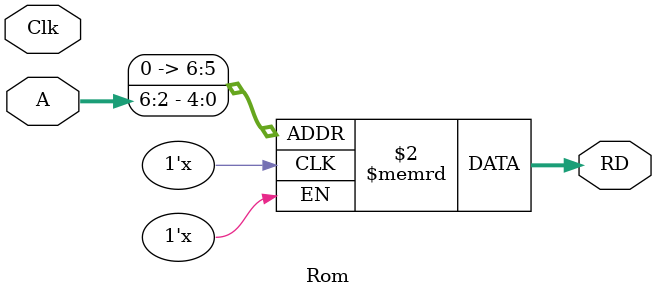
<source format=v>
module Rom	#(
parameter	WIDTH_ROM = 32,
parameter	DEPTH_ROM = 100
)(
input	wire	Clk,
input	wire	[$clog2 (DEPTH_ROM)-1:0] A,
output	reg		[WIDTH_ROM-1:0]	RD 	) ;

reg	[WIDTH_ROM-1:0]	Rom	[0:DEPTH_ROM-1];
integer iii;

/*initial 
    begin
		$readmemh ("Hexadecimal_File.txt", Rom);
    end
*/
always @ (*)
	begin
		RD = Rom [A>>2];
	end
	
endmodule 
</source>
